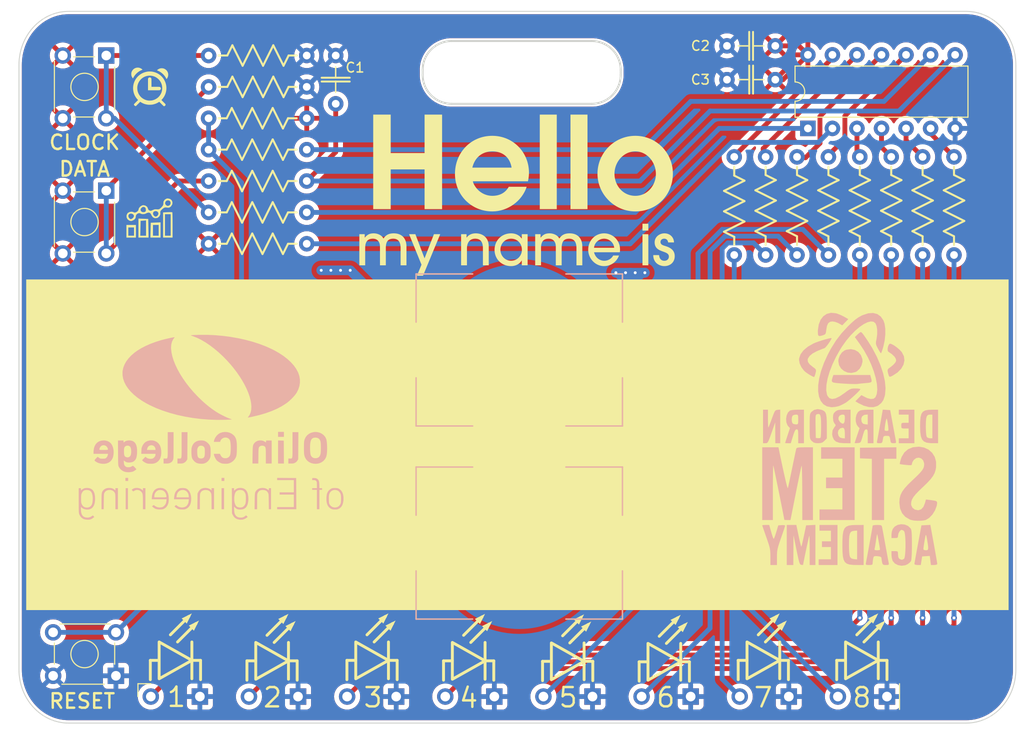
<source format=kicad_pcb>
(kicad_pcb (version 20240108) (generator "pcbnew") (generator_version "8.0")
  (layers (0 "F.Cu" signal) (31 "B.Cu" signal) (34 "B.Paste" user) (35 "F.Paste" user) (36 "B.SilkS" user "B.Silkscreen") (37 "F.SilkS" user "F.Silkscreen") (38 "B.Mask" user) (39 "F.Mask" user) (44 "Edge.Cuts" user))
  (net 0 "")
  (net 1 "VCC")
  (net 2 "GND")
  (net 3 "/CLK")
  (net 4 "/LED4")
  (net 5 "/LED1")
  (net 6 "/LED5")
  (net 7 "/LED2")
  (net 8 "/LED7")
  (net 9 "/LED6")
  (net 10 "/LED0")
  (net 11 "/LED3")
  (net 12 "Net-(R1-Pad1)")
  (net 13 "/DATA")
  (net 14 "Net-(R15-Pad2)")
  (net 15 "/RST")
  (net 16 "Net-(U1-DSB)")
  (net 17 "/Q0")
  (net 18 "/Q1")
  (net 19 "/Q2")
  (net 20 "/Q3")
  (net 21 "/Q4")
  (net 22 "/Q5")
  (net 23 "/Q6")
  (net 24 "/Q7")
  (net 25 "Net-(B1-Pad1)")
  (net 26 "Net-(R13-Pad1)")
  (footprint "hello-my-name-is:SW_TH_Tactile_Omron_B3F-10xx" (layer "F.Cu") (at 109.25 77 -90)
    (property "Reference" "SW1" (hide yes))
    (property "Value" "Push_SW")
  )
  (footprint "hello-my-name-is:R_Axial_DIN0207_L6.3mm_D2.5mm_P10.16mm_Horizontal" (layer "F.Cu") (at 174.25 83.66 90)
    (property "Reference" "R12" (hide yes))
    (property "Value" "150" (hide yes))
  )
  (footprint "hello-my-name-is:R_Axial_DIN0207_L6.3mm_D2.5mm_P10.16mm_Horizontal" (layer "F.Cu") (at 130 66.25 180)
    (property "Reference" "R14" (hide yes))
    (property "Value" "10K" (hide yes))
  )
  (footprint "hello-my-name-is:clock_icon" (layer "F.Cu") (at 113.75 66.25)
    (property "Reference" "G***" (hide yes))
    (property "Value" "LOGO" (hide yes))
  )
  (footprint "hello-my-name-is:DIP-14_W7.62mm" (layer "F.Cu") (at 181.875 70.55 90)
    (property "Reference" "U1" (hide yes))
    (property "Value" "74HC164D14")
  )
  (footprint "hello-my-name-is:R_Axial_DIN0207_L6.3mm_D2.5mm_P10.16mm_Horizontal" (layer "F.Cu") (at 119.84 79.25)
    (property "Reference" "R2" (hide yes))
    (property "Value" "10K" (hide yes))
  )
  (footprint "hello-my-name-is:R_Axial_DIN0207_L6.3mm_D2.5mm_P10.16mm_Horizontal" (layer "F.Cu") (at 190.5 73.5 -90)
    (property "Reference" "R6" (hide yes))
    (property "Value" "150" (hide yes))
  )
  (footprint "hello-my-name-is:R_Axial_DIN0207_L6.3mm_D2.5mm_P10.16mm_Horizontal" (layer "F.Cu") (at 187.25 73.5 -90)
    (property "Reference" "R5" (hide yes))
    (property "Value" "150" (hide yes))
  )
  (footprint "hello-my-name-is:R_Axial_DIN0207_L6.3mm_D2.5mm_P10.16mm_Horizontal" (layer "F.Cu") (at 119.84 76)
    (property "Reference" "R1" (hide yes))
    (property "Value" "10K" (hide yes))
  )
  (footprint "hello-my-name-is:R_Axial_DIN0207_L6.3mm_D2.5mm_P10.16mm_Horizontal" (layer "F.Cu") (at 119.84 82.5)
    (property "Reference" "R4" (hide yes))
    (property "Value" "10K" (hide yes))
  )
  (footprint "hello-my-name-is:C_Disc_D8.0mm_W2.5mm_P5.00mm" (layer "F.Cu") (at 178.5 62 180)
    (property "Reference" "C3")
    (property "Value" "0.1uF")
  )
  (footprint "hello-my-name-is:C_Disc_D8.0mm_W2.5mm_P5.00mm" (layer "F.Cu") (at 173.5 65.5)
    (property "Reference" "C2")
    (property "Value" "1uF")
  )
  (footprint "hello-my-name-is:SW_TH_Tactile_Omron_B3F-10xx" (layer "F.Cu") (at 109.25 63 -90)
    (property "Reference" "SW2" (hide yes))
    (property "Value" "Push_SW")
  )
  (footprint "hello-my-name-is:R_Axial_DIN0207_L6.3mm_D2.5mm_P10.16mm_Horizontal" (layer "F.Cu") (at 130 63 180)
    (property "Reference" "R15" (hide yes))
    (property "Value" "10K" (hide yes))
  )
  (footprint "hello-my-name-is:PinSocket_1x32_P6.08mm_Vertical" (layer "F.Cu") (at 113.86 129.4 90)
    (property "Reference" "J1" (hide yes))
    (property "Value" "Conn_01x16" (hide yes))
  )
  (footprint "hello-my-name-is:R_Axial_DIN0207_L6.3mm_D2.5mm_P10.16mm_Horizontal" (layer "F.Cu") (at 177.5 73.5 -90)
    (property "Reference" "R11" (hide yes))
    (property "Value" "150" (hide yes))
  )
  (footprint "hello-my-name-is:R_Axial_DIN0207_L6.3mm_D2.5mm_P10.16mm_Horizontal" (layer "F.Cu") (at 193.75 73.5 -90)
    (property "Reference" "R7" (hide yes))
    (property "Value" "150" (hide yes))
  )
  (footprint "hello-my-name-is:R_Axial_DIN0207_L6.3mm_D2.5mm_P10.16mm_Horizontal" (layer "F.Cu") (at 197 73.5 -90)
    (property "Reference" "R8" (hide yes))
    (property "Value" "150" (hide yes))
  )
  (footprint "hello-my-name-is:SW_TH_Tactile_Omron_B3F-10xx" (layer "F.Cu") (at 110.25 127.25 180)
    (property "Reference" "SW3" (hide yes))
    (property "Value" "Push_SW")
  )
  (footprint "hello-my-name-is:R_Axial_DIN0207_L6.3mm_D2.5mm_P10.16mm_Horizontal" (layer "F.Cu") (at 180.75 73.5 -90)
    (property "Reference" "R10" (hide yes))
    (property "Value" "150" (hide yes))
  )
  (footprint "hello-my-name-is:data_icon" (layer "F.Cu") (at 113.75 80.75)
    (property "Reference" "G***" (hide yes))
    (property "Value" "LOGO" (hide yes))
  )
  (footprint "hello-my-name-is:C_Disc_D8.0mm_W2.5mm_P5.00mm" (layer "F.Cu") (at 133 68 90)
    (property "Reference" "C1")
    (property "Value" "4.7uF")
  )
  (footprint "hello-my-name-is:R_Axial_DIN0207_L6.3mm_D2.5mm_P10.16mm_Horizontal" (layer "F.Cu") (at 184 73.5 -90)
    (property "Reference" "R9" (hide yes))
    (property "Value" "150" (hide yes))
  )
  (footprint "hello-my-name-is:R_Axial_DIN0207_L6.3mm_D2.5mm_P10.16mm_Horizontal" (layer "F.Cu") (at 119.84 72.75)
    (property "Reference" "R13" (hide yes))
    (property "Value" "10K" (hide yes))
  )
  (footprint "hello-my-name-is:R_Axial_DIN0207_L6.3mm_D2.5mm_P10.16mm_Horizontal" (layer "F.Cu") (at 119.84 69.5)
    (property "Reference" "R3" (hide yes))
    (property "Value" "10K" (hide yes))
  )
  (footprint "hello-my-name-is:olin_logo" (layer "B.Cu") (at 120 107.75 180)
    (property "Reference" "G***" (hide yes))
    (property "Value" "LOGO" (hide yes))
  )
  (footprint "hello-my-name-is:BATT_HLDR_LNX" (layer "B.Cu") (at 152 93.5)
    (property "Reference" "B2" (hide yes))
    (property "Value" "Coin_Cell" (hide yes))
  )
  (footprint "hello-my-name-is:BATT_HLDR_LNX" (layer "B.Cu") (at 152 113.5)
    (property "Reference" "B1" (hide yes))
    (property "Value" "Coin_Cell" (hide yes))
  )
  (footprint "hello-my-name-is:dsa_logo" (layer "B.Cu") (at 186.884999 103.327881 180)
    (property "Reference" "G***" (hide yes))
    (property "Value" "LOGO" (hide yes))
  )
  (gr_poly (pts (xy 165.359287 81.134163) (xy 164.753921 81.134163) (xy 164.753921 80.42402) (xy 165.359287 80.42402)) (stroke (width -0.000001)) (fill solid) (layer "F.SilkS"))
  (gr_poly (pts (xy 167.077139 81.420499) (xy 167.127794 81.423831) (xy 167.177595 81.429337) (xy 167.226489 81.436979) (xy 167.274423 81.446718) (xy 167.321346 81.458517) (xy 167.367205 81.472337) (xy 167.411948 81.488138) (xy 167.455523 81.505884) (xy 167.497878 81.525536) (xy 167.53896 81.547055) (xy 167.578717 81.570403) (xy 167.617097 81.595542) (xy 167.654048 81.622432) (xy 167.689517 81.651037) (xy 167.723453 81.681317) (xy 167.755802 81.713234) (xy 167.786514 81.74675) (xy 167.815535 81.781827) (xy 167.842813 81.818425) (xy 167.868297 81.856507) (xy 167.891933 81.896034) (xy 167.913671 81.936968) (xy 167.933456 81.979271) (xy 167.951238 82.022903) (xy 167.966964 82.067828) (xy 167.980582 82.114006) (xy 167.992039 82.161399) (xy 168.001284 82.209969) (xy 168.008264 82.259677) (xy 168.012927 82.310485) (xy 168.01522 82.362354) (xy 167.409855 82.362354) (xy 167.403103 82.319604) (xy 167.393768 82.278747) (xy 167.381858 82.239903) (xy 167.37494 82.221273) (xy 167.367382 82.20319) (xy 167.359184 82.18567) (xy 167.350347 82.168728) (xy 167.340873 82.152379) (xy 167.330763 82.136637) (xy 167.320017 82.121518) (xy 167.308638 82.107036) (xy 167.296625 82.093206) (xy 167.28398 82.080043) (xy 167.270704 82.067563) (xy 167.256799 82.055779) (xy 167.242264 82.044708) (xy 167.227102 82.034364) (xy 167.211313 82.024761) (xy 167.194899 82.015915) (xy 167.177859 82.007841) (xy 167.160197 82.000553) (xy 167.141912 81.994067) (xy 167.123005 81.988397) (xy 167.103479 81.983558) (xy 167.083333 81.979566) (xy 167.062569 81.976435) (xy 167.041187 81.97418) (xy 167.01919 81.972816) (xy 166.996578 81.972358) (xy 166.977568 81.972732) (xy 166.958756 81.973849) (xy 166.940167 81.975702) (xy 166.921829 81.978282) (xy 166.903767 81.981582) (xy 166.88601 81.985596) (xy 166.868583 81.990316) (xy 166.851513 81.995733) (xy 166.834826 82.001841) (xy 166.81855 82.008633) (xy 166.802711 82.0161) (xy 166.787336 82.024235) (xy 166.772451 82.033031) (xy 166.758083 82.042481) (xy 166.744258 82.052576) (xy 166.731004 82.06331) (xy 166.718346 82.074675) (xy 166.706312 82.086663) (xy 166.694928 82.099267) (xy 166.684221 82.11248) (xy 166.674217 82.126294) (xy 166.664944 82.140702) (xy 166.656427 82.155696) (xy 166.648693 82.171269) (xy 166.64177 82.187413) (xy 166.635683 82.20412) (xy 166.63046 82.221384) (xy 166.626126 82.239197) (xy 166.622709 82.257552) (xy 166.620236 82.27644) (xy 166.618732 82.295855) (xy 166.618225 82.315789) (xy 166.619033 82.341887) (xy 166.621417 82.366731) (xy 166.625314 82.390362) (xy 166.630662 82.412822) (xy 166.637401 82.434152) (xy 166.645467 82.454393) (xy 166.6548 82.473588) (xy 166.665337 82.491778) (xy 166.677017 82.509004) (xy 166.689777 82.525309) (xy 166.703557 82.540733) (xy 166.718293 82.555318) (xy 166.733925 82.569106) (xy 166.75039 82.582138) (xy 166.785574 82.606102) (xy 166.823349 82.627542) (xy 166.863223 82.646791) (xy 166.904699 82.664181) (xy 166.947284 82.680045) (xy 167.0338 82.708524) (xy 167.118816 82.734889) (xy 167.217025 82.766672) (xy 167.312666 82.801159) (xy 167.405221 82.838732) (xy 167.49417 82.879775) (xy 167.578991 82.924672) (xy 167.659166 82.973807) (xy 167.734173 83.027563) (xy 167.769576 83.056294) (xy 167.803493 83.086324) (xy 167.835858 83.117702) (xy 167.866605 83.150474) (xy 167.895671 83.18469) (xy 167.92299 83.220397) (xy 167.948498 83.257643) (xy 167.972128 83.296475) (xy 167.993816 83.336943) (xy 168.013498 83.379094) (xy 168.031107 83.422975) (xy 168.046579 83.468636) (xy 168.05985 83.516123) (xy 168.070853 83.565485) (xy 168.079525 83.616769) (xy 168.085799 83.670025) (xy 168.089611 83.725299) (xy 168.090896 83.782639) (xy 168.090893 83.782639) (xy 168.089538 83.841417) (xy 168.085512 83.898767) (xy 168.078873 83.954662) (xy 168.069678 84.009072) (xy 168.057985 84.061968) (xy 168.043851 84.113322) (xy 168.027334 84.163105) (xy 168.008491 84.211289) (xy 167.98738 84.257843) (xy 167.964059 84.302741) (xy 167.938585 84.345952) (xy 167.911015 84.387448) (xy 167.881407 84.427201) (xy 167.849819 84.465181) (xy 167.816309 84.50136) (xy 167.780933 84.535709) (xy 167.743749 84.568199) (xy 167.704816 84.598802) (xy 167.664189 84.627488) (xy 167.621928 84.654229) (xy 167.57809 84.678996) (xy 167.532731 84.70176) (xy 167.485911 84.722493) (xy 167.437685 84.741166) (xy 167.388112 84.75775) (xy 167.33725 84.772216) (xy 167.285156 84.784535) (xy 167.231887 84.794679) (xy 167.177501 84.802619) (xy 167.122055 84.808326) (xy 167.065608 84.811771) (xy 167.008217 84.812926) (xy 166.982025 84.812588) (xy 166.955841 84.811585) (xy 166.929675 84.809933) (xy 166.903534 84.807651) (xy 166.877427 84.804755) (xy 166.851362 84.801262) (xy 166.825349 84.797189) (xy 166.799395 84.792553) (xy 166.747701 84.781662) (xy 166.696349 84.768725) (xy 166.645405 84.753878) (xy 166.59494 84.737258) (xy 166.50811 84.70304) (xy 166.426636 84.663792) (xy 166.35055 84.619667) (xy 166.279887 84.570818) (xy 166.214681 84.517399) (xy 166.154966 84.459563) (xy 166.100777 84.397464) (xy 166.052147 84.331255) (xy 166.00911 84.261089) (xy 165.971701 84.187121) (xy 165.939954 84.109503) (xy 165.913902 84.02839) (xy 165.893581 83.943934) (xy 165.879023 83.856289) (xy 165.870264 83.765608) (xy 165.867336 83.672045) (xy 166.472702 83.672045) (xy 166.478718 83.733324) (xy 166.488094 83.792566) (xy 166.500915 83.849505) (xy 166.508644 83.877028) (xy 166.517266 83.903877) (xy 166.526792 83.930019) (xy 166.537232 83.955419) (xy 166.548598 83.980046) (xy 166.560899 84.003866) (xy 166.574147 84.026846) (xy 166.588352 84.048953) (xy 166.603524 84.070155) (xy 166.619675 84.090417) (xy 166.636816 84.109707) (xy 166.654955 84.127992) (xy 166.674106 84.145239) (xy 166.694277 84.161415) (xy 166.71548 84.176487) (xy 166.737726 84.190422) (xy 166.761024 84.203186) (xy 166.785386 84.214747) (xy 166.810823 84.225071) (xy 166.837344 84.234126) (xy 166.864961 84.241879) (xy 166.893685 84.248296) (xy 166.923525 84.253345) (xy 166.954494 84.256992) (xy 166.9866 84.259205) (xy 167.019855 84.259949) (xy 167.044749 84.259473) (xy 167.06921 84.258051) (xy 167.093215 84.25569) (xy 167.11674 84.252401) (xy 167.139762 84.24819) (xy 167.162258 84.243067) (xy 167.184204 84.23704) (xy 167.205576 84.230118) (xy 167.226352 84.222309) (xy 167.246507 84.213622) (xy 167.266018 84.204065) (xy 167.284862 84.193647) (xy 167.303016 84.182376) (xy 167.320455 84.170261) (xy 167.337157 84.157311) (xy 167.353098 84.143533) (xy 167.368255 84.128937) (xy 167.382603 84.113531) (xy 167.396121 84.097323) (xy 167.408783 84.080322) (xy 167.420567 84.062537) (xy 167.43145 84.043976) (xy 167.441407 84.024648) (xy 167.450416 84.004561) (xy 167.458453 83.983723) (xy 167.465494 83.962144) (xy 167.471516 83.939831) (xy 167.476496 83.916794) (xy 167.48041 83.89304) (xy 167.483235 83.868579) (xy 167.484947 83.843418) (xy 167.485523 83.817567) (xy 167.481298 83.75719) (xy 167.468984 83.702355) (xy 167.44912 83.652602) (xy 167.422244 83.607471) (xy 167.388897 83.5665) (xy 167.349617 83.52923) (xy 167.304945 83.495201) (xy 167.255418 83.463951) (xy 167.201577 83.43502) (xy 167.143961 83.407948) (xy 167.019561 83.357538) (xy 166.749187 83.258765) (xy 166.611843 83.203035) (xy 166.54452 83.171973) (xy 166.478814 83.138164) (xy 166.415265 83.10115) (xy 166.354414 83.06047) (xy 166.296797 83.015662) (xy 166.242956 82.966268) (xy 166.19343 82.911825) (xy 166.148757 82.851874) (xy 166.109478 82.785955) (xy 166.07613 82.713607) (xy 166.049255 82.634369) (xy 166.02939 82.547781) (xy 166.017076 82.453383) (xy 166.012852 82.350714) (xy 166.014254 82.299391) (xy 166.018407 82.249127) (xy 166.025231 82.199962) (xy 166.034646 82.151931) (xy 166.046572 82.105073) (xy 166.060929 82.059425) (xy 166.077638 82.015023) (xy 166.096617 81.971906) (xy 166.117788 81.930111) (xy 166.141071 81.889674) (xy 166.166385 81.850634) (xy 166.193651 81.813027) (xy 166.222788 81.776891) (xy 166.253717 81.742263) (xy 166.286357 81.70918) (xy 166.320629 81.677681) (xy 166.356454 81.647801) (xy 166.39375 81.619579) (xy 166.432438 81.593051) (xy 166.472438 81.568255) (xy 166.51367 81.545229) (xy 166.556054 81.524009) (xy 166.599511 81.504633) (xy 166.64396 81.487139) (xy 166.689321 81.471562) (xy 166.735515 81.457942) (xy 166.782461 81.446314) (xy 166.830079 81.436718) (xy 166.87829 81.429188) (xy 166.927014 81.423764) (xy 166.976171 81.420482) (xy 167.02568 81.41938)) (stroke (width -0.000001)) (fill solid) (layer "F.SilkS"))
  (gr_poly (pts (xy 138.693308 73.102999) (xy 142.199038 73.102999) (xy 142.199038 69.12102) (xy 144.011434 69.12102) (xy 144.011434 78.910602) (xy 142.199038 78.910602) (xy 142.199038 74.796331) (xy 138.693308 74.796331) (xy 138.693308 78.910602) (xy 136.880913 78.910602) (xy 136.880913 69.12102) (xy 138.693308 69.12102)) (stroke (width -0.000001)) (fill solid) (layer "F.SilkS"))
  (gr_poly (pts (xy 151.233835 81.421431) (xy 151.314086 81.4276) (xy 151.393673 81.437913) (xy 151.472329 81.452395) (xy 151.549792 81.471073) (xy 151.625797 81.493971) (xy 151.70008 81.521116) (xy 151.772375 81.552532) (xy 151.84242 81.588246) (xy 151.909949 81.628283) (xy 151.974699 81.672668) (xy 152.005949 81.6965) (xy 152.036405 81.721428) (xy 152.066033 81.747456) (xy 152.094802 81.774587) (xy 152.122678 81.802825) (xy 152.149627 81.832172) (xy 152.175617 81.862631) (xy 152.200615 81.894207) (xy 152.224587 81.926902) (xy 152.247501 81.960719) (xy 152.259144 81.960719) (xy 152.259144 81.506694) (xy 152.864509 81.506694) (xy 152.864509 84.731437) (xy 152.259144 84.731437) (xy 152.259144 84.230845) (xy 152.247501 84.230845) (xy 152.20266 84.301652) (xy 152.153446 84.367828) (xy 152.100121 84.429383) (xy 152.042951 84.486325) (xy 151.982201 84.538662) (xy 151.918133 84.586404) (xy 151.851013 84.629558) (xy 151.781104 84.668134) (xy 151.708672 84.702139) (xy 151.633981 84.731583) (xy 151.557294 84.756473) (xy 151.478876 84.776819) (xy 151.398992 84.792629) (xy 151.317905 84.803911) (xy 151.235881 84.810674) (xy 151.153183 84.812926) (xy 151.06326 84.810859) (xy 150.97473 84.804714) (xy 150.887687 84.794571) (xy 150.802228 84.780514) (xy 150.718449 84.762623) (xy 150.636446 84.740983) (xy 150.556314 84.715673) (xy 150.478149 84.686778) (xy 150.402048 84.654377) (xy 150.328106 84.618555) (xy 150.25642 84.579392) (xy 150.187085 84.536971) (xy 150.120196 84.491373) (xy 150.055851 84.442682) (xy 149.994145 84.390979) (xy 149.935174 84.336345) (xy 149.879033 84.278864) (xy 149.82582 84.218617) (xy 149.775629 84.155686) (xy 149.728556 84.090154) (xy 149.684698 84.022101) (xy 149.644151 83.951612) (xy 149.60701 83.878767) (xy 149.573371 83.803648) (xy 149.543331 83.726338) (xy 149.516985 83.646919) (xy 149.494428 83.565473) (xy 149.475758 83.482081) (xy 149.46107 83.396827) (xy 149.45046 83.309791) (xy 149.444023 83.221057) (xy 149.441856 83.130706) (xy 149.441993 83.124884) (xy 150.047222 83.124884) (xy 150.048627 83.181402) (xy 150.052798 83.237393) (xy 150.059673 83.292774) (xy 150.069187 83.347463) (xy 150.081275 83.401375) (xy 150.095875 83.454429) (xy 150.112922 83.50654) (xy 150.132352 83.557626) (xy 150.154101 83.607604) (xy 150.178106 83.65639) (xy 150.204302 83.703901) (xy 150.232625 83.750055) (xy 150.263012 83.794767) (xy 150.295398 83.837955) (xy 150.32972 83.879537) (xy 150.365914 83.919427) (xy 150.403915 83.957544) (xy 150.44366 83.993805) (xy 150.485084 84.028125) (xy 150.528124 84.060423) (xy 150.572716 84.090615) (xy 150.618796 84.118617) (xy 150.6663 84.144347) (xy 150.715164 84.167722) (xy 150.765324 84.188658) (xy 150.816716 84.207072) (xy 150.869277 84.222882) (xy 150.922941 84.236003) (xy 150.977646 84.246353) (xy 151.033327 84.253849) (xy 151.08992 84.258408) (xy 151.147362 84.259946) (xy 151.205894 84.258457) (xy 151.263576 84.254041) (xy 151.320341 84.24677) (xy 151.376124 84.236719) (xy 151.430858 84.223961) (xy 151.484477 84.208569) (xy 151.536915 84.190616) (xy 151.588106 84.170178) (xy 151.637985 84.147326) (xy 151.686484 84.122135) (xy 151.733537 84.094677) (xy 151.77908 84.065028) (xy 151.823045 84.033259) (xy 151.865366 83.999445) (xy 151.905978 83.96366) (xy 151.944814 83.925976) (xy 151.981809 83.886468) (xy 152.016896 83.845208) (xy 152.050009 83.802271) (xy 152.081081 83.757729) (xy 152.110048 83.711657) (xy 152.136843 83.664128) (xy 152.161399 83.615216) (xy 152.183651 83.564994) (xy 152.203533 83.513535) (xy 152.220978 83.460914) (xy 152.235921 83.407203) (xy 152.248295 83.352477) (xy 152.258034 83.296808) (xy 152.265072 83.240271) (xy 152.269344 83.182938) (xy 152.270782 83.124884) (xy 152.270778 83.124884) (xy 152.269439 83.064732) (xy 152.265454 83.005465) (xy 152.258869 82.947151) (xy 152.249735 82.889857) (xy 152.238098 82.83365) (xy 152.224006 82.778597) (xy 152.207507 82.724766) (xy 152.18865 82.672223) (xy 152.167482 82.621036) (xy 152.144052 82.571272) (xy 152.118406 82.522998) (xy 152.090594 82.476281) (xy 152.060663 82.431189) (xy 152.028661 82.387788) (xy 151.994636 82.346146) (xy 151.958636 82.306329) (xy 151.920709 82.268405) (xy 151.880903 82.232442) (xy 151.839266 82.198505) (xy 151.795846 82.166663) (xy 151.750691 82.136982) (xy 151.703848 82.10953) (xy 151.655366 82.084374) (xy 151.605293 82.061581) (xy 151.553677 82.041218) (xy 151.500565 82.023352) (xy 151.446006 82.00805) (xy 151.390048 81.99538) (xy 151.332738 81.985409) (xy 151.274125 81.978203) (xy 151.214256 81.973831) (xy 151.153179 81.972358) (xy 151.093672 81.973881) (xy 151.035242 81.978395) (xy 150.977941 81.985826) (xy 150.921823 81.996097) (xy 150.866942 82.00913) (xy 150.81335 82.024849) (xy 150.761102 82.043177) (xy 150.71025 82.064037) (xy 150.660847 82.087353) (xy 150.612947 82.113048) (xy 150.566603 82.141045) (xy 150.521868 82.171268) (xy 150.478797 82.20364) (xy 150.437441 82.238083) (xy 150.397854 82.274521) (xy 150.360091 82.312879) (xy 150.324202 82.353077) (xy 150.290244 82.395041) (xy 150.258267 82.438693) (xy 150.228326 82.483957) (xy 150.200475 82.530755) (xy 150.174765 82.579011) (xy 150.151251 82.628649) (xy 150.129987 82.679591) (xy 150.111024 82.731761) (xy 150.094417 82.785083) (xy 150.080218 82.839478) (xy 150.068482 82.894871) (xy 150.05926 82.951185) (xy 150.052608 83.008343) (xy 150.048577 83.066268) (xy 150.047222 83.124884) (xy 149.441993 83.124884) (xy 149.44399 83.039759) (xy 149.450332 82.950334) (xy 149.460792 82.86252) (xy 149.475281 82.776408) (xy 149.493709 82.692086) (xy 149.515987 82.609645) (xy 149.542025 82.529172) (xy 149.571734 82.45076) (xy 149.605024 82.374495) (xy 149.641805 82.30047) (xy 149.681989 82.228771) (xy 149.725486 82.15949) (xy 149.772205 82.092716) (xy 149.822058 82.028539) (xy 149.874955 81.967047) (xy 149.930806 81.90833) (xy 149.989523 81.852479) (xy 150.051015 81.799582) (xy 150.115192 81.749729) (xy 150.181967 81.703009) (xy 150.251247 81.659513) (xy 150.322946 81.619329) (xy 150.396972 81.582548) (xy 150.473236 81.549257) (xy 150.551649 81.519549) (xy 150.632121 81.49351) (xy 150.714563 81.471233) (xy 150.798885 81.452804) (xy 150.884997 81.438315) (xy 150.972811 81.427855) (xy 151.062236 81.421514) (xy 151.153183 81.41938)) (stroke (width -0.000001)) (fill solid) (layer "F.SilkS"))
  (gr_poly (pts (xy 139.086526 81.420942) (xy 139.163251 81.425597) (xy 139.237634 81.433303) (xy 139.309663 81.444016) (xy 139.379326 81.457692) (xy 139.44661 81.474287) (xy 139.511505 81.493758) (xy 139.573999 81.516061) (xy 139.63408 81.541151) (xy 139.691736 81.568987) (xy 139.746956 81.599523) (xy 139.799727 81.632716) (xy 139.850038 81.668523) (xy 139.897878 81.706899) (xy 139.943235 81.747801) (xy 139.986096 81.791186) (xy 140.02645 81.837009) (xy 140.064286 81.885228) (xy 140.099592 81.935797) (xy 140.132356 81.988674) (xy 140.162566 82.043815) (xy 140.19021 82.101175) (xy 140.215278 82.160713) (xy 140.237756 82.222383) (xy 140.257634 82.286142) (xy 140.2749 82.351946) (xy 140.289541 82.419752) (xy 140.301547 82.489516) (xy 140.310905 82.561194) (xy 140.317604 82.634742) (xy 140.321632 82.710118) (xy 140.322977 82.787276) (xy 140.322977 84.731423) (xy 139.717613 84.731423) (xy 139.717613 82.938607) (xy 139.715572 82.844302) (xy 139.7092 82.751693) (xy 139.698121 82.661387) (xy 139.68196 82.573988) (xy 139.671857 82.531568) (xy 139.660343 82.490102) (xy 139.64737 82.449666) (xy 139.632893 82.410334) (xy 139.616863 82.372184) (xy 139.599235 82.33529) (xy 139.579961 82.299729) (xy 139.558995 82.265575) (xy 139.536289 82.232905) (xy 139.511797 82.201795) (xy 139.485472 82.172319) (xy 139.457267 82.144554) (xy 139.427134 82.118575) (xy 139.395028 82.094459) (xy 139.360901 82.07228) (xy 139.324706 82.052114) (xy 139.286396 82.034037) (xy 139.245925 82.018125) (xy 139.203246 82.004454) (xy 139.158311 81.993098) (xy 139.111075 81.984134) (xy 139.061489 81.977638) (xy 139.009507 81.973685) (xy 138.955082 81.97235) (xy 138.897568 81.973602) (xy 138.842854 81.977317) (xy 138.790878 81.983434) (xy 138.741575 81.991893) (xy 138.694881 82.002633) (xy 138.650733 82.015593) (xy 138.609065 82.030712) (xy 138.569815 82.04793) (xy 138.532918 82.067186) (xy 138.498311 82.088419) (xy 138.465929 82.111568) (xy 138.435708 82.136573) (xy 138.407585 82.163373) (xy 138.381496 82.191907) (xy 138.357376 82.222114) (xy 138.335162 82.253934) (xy 138.31479 82.287305) (xy 138.296196 82.322168) (xy 138.279315 82.358461) (xy 138.264085 82.396124) (xy 138.238317 82.475315) (xy 138.218382 82.559255) (xy 138.203767 82.647459) (xy 138.193962 82.73944) (xy 138.188454 82.834712) (xy 138.186731 82.93279) (xy 138.186731 84.731427) (xy 137.581365 84.731427) (xy 137.581365 82.938611) (xy 137.581104 82.848741) (xy 137.579274 82.762076) (xy 137.57728 82.719754) (xy 137.574305 82.678004) (xy 137.570154 82.636748) (xy 137.564631 82.59591) (xy 137.557538 82.555412) (xy 137.54868 82.51518) (xy 137.537861 82.475134) (xy 137.524885 82.4352) (xy 137.509556 82.3953) (xy 137.491677 82.355357) (xy 137.471053 82.315295) (xy 137.447487 82.275037) (xy 137.420481 82.236146) (xy 137.391882 82.200196) (xy 137.36173 82.167129) (xy 137.330069 82.136884) (xy 137.296942 82.109401) (xy 137.262391 82.084621) (xy 137.226458 82.062485) (xy 137.189187 82.042932) (xy 137.15062 82.025903) (xy 137.110799 82.011338) (xy 137.069767 81.999178) (xy 137.027568 81.989362) (xy 136.984242 81.981832) (xy 136.939834 81.976527) (xy 136.894386 81.973388) (xy 136.84794 81.972355) (xy 136.790855 81.973573) (xy 136.736346 81.977194) (xy 136.684362 81.983161) (xy 136.634855 81.99142) (xy 136.587774 82.001918) (xy 136.543068 82.0146) (xy 136.500688 82.029411) (xy 136.460583 82.046298) (xy 136.422704 82.065205) (xy 136.387 82.086079) (xy 136.353421 82.108865) (xy 136.321918 82.133509) (xy 136.292439 82.159956) (xy 136.264936 82.188152) (xy 136.239357 82.218042) (xy 136.215653 82.249573) (xy 136.193774 82.28269) (xy 136.17367 82.317339) (xy 136.15529 82.353465) (xy 136.138584 82.391013) (xy 136.123503 82.42993) (xy 136.109996 82.470162) (xy 136.087504 82.554349) (xy 136.070708 82.643141) (xy 136.059207 82.736102) (xy 136.052601 82.832798) (xy 136.050487 82.932793) (xy 136.050487 84.731431) (xy 135.44512 84.731431) (xy 135.44512 81.506689) (xy 136.003919 81.506689) (xy 136.003919 81.855941) (xy 136.015562 81.855941) (xy 136.065413 81.799239) (xy 136.114777 81.746937) (xy 136.163989 81.698933) (xy 136.213379 81.655124) (xy 136.263281 81.615407) (xy 136.314027 81.579681) (xy 136.36595 81.547842) (xy 136.419382 81.51979) (xy 136.474656 81.495421) (xy 136.532104 81.474633) (xy 136.592059 81.457324) (xy 136.654854 81.443391) (xy 136.72082 81.432733) (xy 136.79029 81.425246) (xy 136.863597 81.42083) (xy 136.941074 81.41938) (xy 137.012814 81.421495) (xy 137.085799 81.427838) (xy 137.1595 81.438412) (xy 137.233389 81.453214) (xy 137.306936 81.472245) (xy 137.379614 81.495506) (xy 137.450894 81.522996) (xy 137.520246 81.554715) (xy 137.554035 81.572161) (xy 137.587143 81.590664) (xy 137.619506 81.610224) (xy 137.651056 81.630841) (xy 137.681728 81.652516) (xy 137.711456 81.675248) (xy 137.740173 81.699037) (xy 137.767814 81.723884) (xy 137.794312 81.749788) (xy 137.819601 81.776749) (xy 137.843616 81.804767) (xy 137.86629 81.833843) (xy 137.887557 81.863976) (xy 137.907352 81.895166) (xy 137.925607 81.927414) (xy 137.942257 81.960719) (xy 137.990287 81.889411) (xy 138.040551 81.823816) (xy 138.093101 81.76378) (xy 138.147987 81.709149) (xy 138.20526 81.659772) (xy 138.264972 81.615493) (xy 138.327174 81.57616) (xy 138.391916 81.541618) (xy 138.459251 81.511715) (xy 138.529229 81.486297) (xy 138.601901 81.465211) (xy 138.677319 81.448302) (xy 138.755533 81.435419) (xy 138.836596 81.426406) (xy 138.920557 81.421111) (xy 139.007469 81.41938)) (stroke (width -0.000001)) (fill solid) (layer "F.SilkS"))
  (gr_poly (pts (xy 165.359287 84.731437) (xy 164.753921 84.731437) (xy 164.753921 81.506694) (xy 165.359287 81.506694)) (stroke (width -0.000001)) (fill solid) (layer "F.SilkS"))
  (gr_poly (pts (xy 160.872138 81.421562) (xy 160.956061 81.428035) (xy 161.038693 81.43869) (xy 161.119937 81.453418) (xy 161.199694 81.472112) (xy 161.277863 81.494662) (xy 161.354346 81.520959) (xy 161.429044 81.550895) (xy 161.501857 81.584361) (xy 161.572687 81.621248) (xy 161.641435 81.661448) (xy 161.708001 81.704852) (xy 161.772285 81.751351) (xy 161.83419 81.800836) (xy 161.893616 81.853199) (xy 161.950464 81.908331) (xy 162.004634 81.966124) (xy 162.056028 82.026468) (xy 162.104546 82.089255) (xy 162.150089 82.154376) (xy 162.192559 82.221722) (xy 162.231855 82.291185) (xy 162.26788 82.362656) (xy 162.300533 82.436027) (xy 162.329716 82.511188) (xy 162.35533 82.58803) (xy 162.377274 82.666446) (xy 162.395452 82.746327) (xy 162.409762 82.827563) (xy 162.420106 82.910046) (xy 162.426386 82.993667) (xy 162.428501 83.078318) (xy 162.428505 83.078315) (xy 162.428232 83.115672) (xy 162.427414 83.153439) (xy 162.42605 83.191479) (xy 162.42414 83.229656) (xy 162.421685 83.267833) (xy 162.418683 83.305873) (xy 162.415135 83.34364) (xy 162.411041 83.380997) (xy 159.739277 83.380997) (xy 159.765498 83.473364) (xy 159.798166 83.56249) (xy 159.837042 83.648001) (xy 159.881886 83.729522) (xy 159.93246 83.806676) (xy 159.988526 83.87909) (xy 160.049843 83.946388) (xy 160.116175 84.008195) (xy 160.151146 84.036922) (xy 160.187281 84.064135) (xy 160.224551 84.089788) (xy 160.262924 84.113834) (xy 160.302372 84.136225) (xy 160.342864 84.156916) (xy 160.384371 84.175858) (xy 160.426863 84.193006) (xy 160.470309 84.208312) (xy 160.514681 84.221729) (xy 160.559948 84.233211) (xy 160.606081 84.242711) (xy 160.653049 84.250181) (xy 160.700822 84.255574) (xy 160.749372 84.258845) (xy 160.798668 84.259946) (xy 160.834099 84.259351) (xy 160.869428 84.257575) (xy 160.904624 84.254631) (xy 160.939652 84.250532) (xy 160.97448 84.24529) (xy 161.009074 84.238919) (xy 161.043402 84.23143) (xy 161.077431 84.222837) (xy 161.111127 84.213153) (xy 161.144457 84.20239) (xy 161.177389 84.190562) (xy 161.209889 84.17768) (xy 161.241924 84.163758) (xy 161.273462 84.148809) (xy 161.304469 84.132845) (xy 161.334912 84.115879) (xy 161.364758 84.097924) (xy 161.393975 84.078993) (xy 161.422528 84.059098) (xy 161.450386 84.038252) (xy 161.477514 84.016469) (xy 161.50388 83.99376) (xy 161.529451 83.970139) (xy 161.554195 83.945619) (xy 161.578076 83.920211) (xy 161.601064 83.89393) (xy 161.623124 83.866788) (xy 161.644224 83.838797) (xy 161.664331 83.809971) (xy 161.683411 83.780321) (xy 161.701432 83.749862) (xy 161.718361 83.718606) (xy 162.323726 83.718606) (xy 162.273787 83.83929) (xy 162.215892 83.954475) (xy 162.150408 84.063845) (xy 162.077703 84.167084) (xy 161.998142 84.263877) (xy 161.912092 84.353908) (xy 161.819921 84.436862) (xy 161.721994 84.512423) (xy 161.618679 84.580276) (xy 161.510341 84.640106) (xy 161.397348 84.691596) (xy 161.280066 84.734432) (xy 161.158862 84.768298) (xy 161.034102 84.792879) (xy 160.906154 84.807859) (xy 160.775383 84.812922) (xy 160.689758 84.810607) (xy 160.605388 84.803746) (xy 160.52237 84.792466) (xy 160.440799 84.776894) (xy 160.360772 84.757157) (xy 160.282384 84.733382) (xy 160.20573 84.705695) (xy 160.130908 84.674223) (xy 160.058013 84.639093) (xy 159.987141 84.600432) (xy 159.918388 84.558367) (xy 159.851849 84.513024) (xy 159.787622 84.464531) (xy 159.7258 84.413014) (xy 159.666482 84.3586) (xy 159.609762 84.301416) (xy 159.555736 84.241589) (xy 159.5045 84.179246) (xy 159.456151 84.114513) (xy 159.410784 84.047517) (xy 159.368495 83.978385) (xy 159.32938 83.907244) (xy 159.293535 83.834221) (xy 159.261056 83.759443) (xy 159.232039 83.683035) (xy 159.20658 83.605127) (xy 159.184774 83.525843) (xy 159.166718 83.445311) (xy 159.152507 83.363658) (xy 159.142238 83.281011) (xy 159.136006 83.197496) (xy 159.133907 83.11324) (xy 159.135973 83.026441) (xy 159.142113 82.940739) (xy 159.145157 82.915332) (xy 159.739277 82.915332) (xy 161.823139 82.915332) (xy 161.818564 82.866023) (xy 161.811437 82.81745) (xy 161.801834 82.769669) (xy 161.789828 82.722733) (xy 161.775494 82.676696) (xy 161.758907 82.631613) (xy 161.740141 82.587539) (xy 161.719272 82.544527) (xy 161.696373 82.502632) (xy 161.67152 82.461908) (xy 161.644786 82.42241) (xy 161.616247 82.384193) (xy 161.585977 82.347309) (xy 161.554051 82.311815) (xy 161.520543 82.277763) (xy 161.485528 82.245209) (xy 161.44908 82.214207) (xy 161.411275 82.184811) (xy 161.372187 82.157076) (xy 161.331889 82.131055) (xy 161.290458 82.106804) (xy 161.247968 82.084376) (xy 161.204492 82.063827) (xy 161.160107 82.04521) (xy 161.114885 82.028579) (xy 161.068903 82.01399) (xy 161.022235 82.001495) (xy 160.974954 81.991151) (xy 160.927137 81.983011) (xy 160.878857 81.977129) (xy 160.830189 81.97356) (xy 160.781208 81.972358) (xy 160.732226 81.97356) (xy 160.683558 81.977129) (xy 160.635278 81.983011) (xy 160.58746 81.991151) (xy 160.54018 82.001495) (xy 160.493511 82.01399) (xy 160.447529 82.028579) (xy 160.402308 82.04521) (xy 160.357922 82.063827) (xy 160.314446 82.084376) (xy 160.271956 82.106804) (xy 160.230525 82.131055) (xy 160.190228 82.157076) (xy 160.151139 82.184811) (xy 160.113334 82.214207) (xy 160.076886 82.245209) (xy 160.041872 82.277763) (xy 160.008364 82.311815) (xy 159.976438 82.347309) (xy 159.946168 82.384193) (xy 159.917629 82.42241) (xy 159.890895 82.461908) (xy 159.866042 82.502632) (xy 159.843143 82.544527) (xy 159.822274 82.587539) (xy 159.803509 82.631613) (xy 159.786922 82.676696) (xy 159.772588 82.722733) (xy 159.760582 82.769669) (xy 159.750978 82.81745) (xy 159.743852 82.866023) (xy 159.739277 82.915332) (xy 159.145157 82.915332) (xy 159.152238 82.856244) (xy 159.166263 82.773063) (xy 159.184099 82.691307) (xy 159.205659 82.611084) (xy 159.230855 82.532502) (xy 159.259601 82.45567) (xy 159.291809 82.380696) (xy 159.327391 82.307691) (xy 159.36626 82.236761) (xy 159.408328 82.168016) (xy 159.453509 82.101565) (xy 159.501715 82.037517) (xy 159.552858 81.975979) (xy 159.606851 81.917061) (xy 159.663607 81.860872) (xy 159.723038 81.80752) (xy 159.785056 81.757114) (xy 159.849575 81.709762) (xy 159.916508 81.665574) (xy 159.985765 81.624658) (xy 160.057261 81.587123) (xy 160.130908 81.553077) (xy 160.206619 81.52263) (xy 160.284305 81.495889) (xy 160.36388 81.472964) (xy 160.445256 81.453964) (xy 160.528346 81.438997) (xy 160.613063 81.428171) (xy 160.699318 81.421596) (xy 160.787025 81.41938)) (stroke (width -0.000001)) (fill solid) (layer "F.SilkS"))
  (gr_poly (pts (xy 164.213083 71.322137) (xy 164.412257 71.3372) (xy 164.60833 71.362005) (xy 164.801069 71.396308) (xy 164.990244 71.439864) (xy 165.17562 71.49243) (xy 165.356965 71.553759) (xy 165.534047 71.623607) (xy 165.706633 71.70173) (xy 165.874491 71.787883) (xy 166.037388 71.881822) (xy 166.195092 71.983301) (xy 166.347369 72.092076) (xy 166.493988 72.207903) (xy 166.634716 72.330536) (xy 166.76932 72.459732) (xy 166.897568 72.595245) (xy 167.019228 72.736831) (xy 167.134066 72.884245) (xy 167.24185 73.037242) (xy 167.342348 73.195578) (xy 167.435327 73.359009) (xy 167.520554 73.527288) (xy 167.597798 73.700173) (xy 167.666825 73.877418) (xy 167.727402 74.058778) (xy 167.779299 74.24401) (xy 167.82228 74.432867) (xy 167.856116 74.625106) (xy 167.880572 74.820482) (xy 167.895416 75.01875) (xy 167.900415 75.219666) (xy 167.895566 75.426478) (xy 167.881153 75.630048) (xy 167.85738 75.830159) (xy 167.824451 76.026593) (xy 167.782569 76.219132) (xy 167.731937 76.407558) (xy 167.672759 76.591653) (xy 167.605239 76.771199) (xy 167.52958 76.945977) (xy 167.445985 77.115771) (xy 167.354658 77.280361) (xy 167.255803 77.43953) (xy 167.149622 77.59306) (xy 167.03632 77.740733) (xy 166.9161 77.882331) (xy 166.789164 78.017635) (xy 166.655718 78.146428) (xy 166.515964 78.268492) (xy 166.370106 78.383609) (xy 166.218347 78.49156) (xy 166.06089 78.592128) (xy 165.89794 78.685095) (xy 165.729699 78.770242) (xy 165.556372 78.847353) (xy 165.378161 78.916208) (xy 165.19527 78.976589) (xy 165.007903 79.028279) (xy 164.816263 79.07106) (xy 164.620553 79.104714) (xy 164.420977 79.129022) (xy 164.217739 79.143767) (xy 164.011042 79.14873) (xy 163.811252 79.143617) (xy 163.613889 79.128447) (xy 163.41921 79.103471) (xy 163.227472 79.068942) (xy 163.038931 79.02511) (xy 162.853845 78.972229) (xy 162.67247 78.91055) (xy 162.495062 78.840325) (xy 162.321879 78.761806) (xy 162.153177 78.675244) (xy 161.989213 78.580893) (xy 161.830244 78.479003) (xy 161.676527 78.369827) (xy 161.528318 78.253616) (xy 161.385874 78.130623) (xy 161.249452 78.001099) (xy 161.119309 77.865297) (xy 160.995701 77.723467) (xy 160.878885 77.575863) (xy 160.769119 77.422736) (xy 160.666658 77.264338) (xy 160.57176 77.100921) (xy 160.484681 76.932737) (xy 160.405678 76.760038) (xy 160.335008 76.583075) (xy 160.272927 76.402101) (xy 160.219693 76.217368) (xy 160.175562 76.029127) (xy 160.140791 75.83763) (xy 160.115637 75.64313) (xy 160.100356 75.445878) (xy 160.095205 75.246126) (xy 161.854689 75.246126) (xy 161.85727 75.360937) (xy 161.864953 75.474577) (xy 161.877645 75.586886) (xy 161.895255 75.6977) (xy 161.91769 75.806857) (xy 161.944858 75.914195) (xy 161.976667 76.019551) (xy 162.013025 76.122764) (xy 162.053841 76.22367) (xy 162.099022 76.322109) (xy 162.148475 76.417916) (xy 162.20211 76.510931) (xy 162.259833 76.60099) (xy 162.321553 76.687932) (xy 162.387179 76.771594) (xy 162.456616 76.851814) (xy 162.529775 76.92843) (xy 162.606562 77.001279) (xy 162.686886 77.070198) (xy 162.770654 77.135027) (xy 162.857775 77.195602) (xy 162.948156 77.251761) (xy 163.041706 77.303341) (xy 163.138332 77.350182) (xy 163.237942 77.392119) (xy 163.340444 77.428991) (xy 163.445747 77.460636) (xy 163.553758 77.486892) (xy 163.664385 77.507595) (xy 163.777536 77.522584) (xy 163.893119 77.531696) (xy 164.011042 77.53477) (xy 164.126561 77.531659) (xy 164.239891 77.522442) (xy 164.350934 77.50729) (xy 164.459593 77.486375) (xy 164.565772 77.459869) (xy 164.669373 77.427945) (xy 164.770301 77.390773) (xy 164.868457 77.348527) (xy 164.963745 77.301379) (xy 165.056068 77.249499) (xy 165.145329 77.19306) (xy 165.231432 77.132235) (xy 165.314279 77.067195) (xy 165.393773 76.998112) (xy 165.469818 76.925158) (xy 165.542317 76.848505) (xy 165.611172 76.768325) (xy 165.676288 76.684791) (xy 165.737566 76.598073) (xy 165.794911 76.508344) (xy 165.848225 76.415777) (xy 165.897411 76.320542) (xy 165.942373 76.222813) (xy 165.983013 76.122761) (xy 166.019235 76.020557) (xy 166.050941 75.916375) (xy 166.078036 75.810385) (xy 166.100422 75.702761) (xy 166.118001 75.593673) (xy 166.130678 75.483294) (xy 166.138355 75.371796) (xy 166.140936 75.259354) (xy 166.138355 75.149087) (xy 166.130678 75.039179) (xy 166.118001 74.929838) (xy 166.100422 74.821269) (xy 166.078036 74.71368) (xy 166.050941 74.607274) (xy 166.019235 74.502259) (xy 165.983013 74.39884) (xy 165.942373 74.297224) (xy 165.897411 74.197616) (xy 165.848225 74.100221) (xy 165.794911 74.005247) (xy 165.737566 73.912898) (xy 165.676288 73.823381) (xy 165.611172 73.736902) (xy 165.542317 73.653666) (xy 165.469818 73.573879) (xy 165.393773 73.497748) (xy 165.314279 73.425478) (xy 165.231432 73.357275) (xy 165.145329 73.293346) (xy 165.056068 73.233895) (xy 164.963745 73.179128) (xy 164.868457 73.129253) (xy 164.770301 73.084474) (xy 164.669373 73.044998) (xy 164.565772 73.01103) (xy 164.459593 72.982776) (xy 164.350934 72.960442) (xy 164.239891 72.944235) (xy 164.126561 72.93436) (xy 164.011042 72.931022) (xy 163.895447 72.934284) (xy 163.781896 72.943941) (xy 163.670496 72.959799) (xy 163.561354 72.981665) (xy 163.454577 73.009344) (xy 163.350269 73.042643) (xy 163.24854 73.081368) (xy 163.149494 73.125325) (xy 163.053239 73.174321) (xy 162.95988 73.228161) (xy 162.869526 73.286653) (xy 162.782281 73.349601) (xy 162.698254 73.416813) (xy 162.61755 73.488094) (xy 162.540276 73.563251) (xy 162.466538 73.64209) (xy 162.396444 73.724417) (xy 162.3301 73.810038) (xy 162.267611 73.89876) (xy 162.209086 73.990389) (xy 162.15463 74.084731) (xy 162.104351 74.181592) (xy 162.058354 74.280778) (xy 162.016746 74.382096) (xy 161.979634 74.485352) (xy 161.947125 74.590352) (xy 161.919325 74.696902) (xy 161.89634 74.804809) (xy 161.878277 74.913879) (xy 161.865244 75.023917) (xy 161.857345 75.134731) (xy 161.854689 75.246126) (xy 160.095205 75.246126) (xy 160.100281 75.045134) (xy 160.115346 74.846645) (xy 160.140159 74.650912) (xy 160.174477 74.45819) (xy 160.218058 74.268733) (xy 160.27066 74.082796) (xy 160.33204 73.900633) (xy 160.401957 73.722499) (xy 160.480168 73.548646) (xy 160.566431 73.379331) (xy 160.660503 73.214808) (xy 160.762142 73.05533) (xy 160.871107 72.901152) (xy 160.987155 72.752528) (xy 161.110043 72.609714) (xy 161.23953 72.472962) (xy 161.375373 72.342528) (xy 161.51733 72.218665) (xy 161.665159 72.101629) (xy 161.818617 71.991673) (xy 161.977462 71.889052) (xy 162.141453 71.79402) (xy 162.310346 71.706832) (xy 162.4839 71.627741) (xy 162.661872 71.557003) (xy 162.84402 71.494871) (xy 163.030102 71.441601) (xy 163.219876 71.397445) (xy 163.413099 71.362659) (xy 163.609529 71.337497) (xy 163.808924 71.322213) (xy 164.011042 71.317062)) (stroke (width -0.000001)) (fill solid) (layer "F.SilkS"))
  (gr_poly (pts (xy 155.882132 78.910602) (xy 154.122656 78.910602) (xy 154.122656 69.12102) (xy 155.882132 69.12102)) (stroke (width -0.000001)) (fill solid) (layer "F.SilkS"))
  (gr_poly (pts (xy 159.060232 78.910602) (xy 157.300756 78.910602) (xy 157.300756 69.12102) (xy 159.060232 69.12102)) (stroke (width -0.000001)) (fill solid) (layer "F.SilkS"))
  (gr_poly (pts (xy 149.40581 71.321985) (xy 149.602178 71.336599) (xy 149.795251 71.360675) (xy 149.984816 71.393983) (xy 150.170661 71.436292) (xy 150.352572 71.487372) (xy 150.530336 71.546993) (xy 150.703739 71.614925) (xy 150.872569 71.690939) (xy 151.036613 71.774803) (xy 151.195657 71.866287) (xy 151.349488 71.965163) (xy 151.497893 72.071198) (xy 151.640659 72.184164) (xy 151.777573 72.30383) (xy 151.908421 72.429966) (xy 152.03299 72.562343) (xy 152.151067 72.700728) (xy 152.26244 72.844894) (xy 152.366894 72.994609) (xy 152.464217 73.149644) (xy 152.554195 73.309767) (xy 152.636616 73.47475) (xy 152.711265 73.644362) (xy 152.777931 73.818373) (xy 152.8364 73.996553) (xy 152.886458 74.178672) (xy 152.927893 74.364499) (xy 152.960491 74.553804) (xy 152.984039 74.746358) (xy 152.998325 74.94193) (xy 153.003134 75.14029) (xy 153.00313 75.14029) (xy 153.001295 75.25) (xy 152.995895 75.360639) (xy 152.987084 75.471899) (xy 152.975018 75.583468) (xy 152.959851 75.695038) (xy 152.941739 75.806297) (xy 152.920836 75.916937) (xy 152.897299 76.026646) (xy 147.195528 76.026646) (xy 147.203579 76.063546) (xy 147.212813 76.099846) (xy 147.22317 76.135564) (xy 147.234594 76.17072) (xy 147.247025 76.205333) (xy 147.260406 76.239423) (xy 147.274678 76.27301) (xy 147.289783 76.306111) (xy 147.305664 76.338748) (xy 147.322262 76.370939) (xy 147.339518 76.402704) (xy 147.357376 76.434062) (xy 147.39466 76.495635) (xy 147.433649 76.555813) (xy 147.511116 76.667091) (xy 147.594493 76.772595) (xy 147.683489 76.872131) (xy 147.777815 76.965504) (xy 147.877179 77.05252) (xy 147.981291 77.132987) (xy 148.08986 77.206709) (xy 148.202596 77.273495) (xy 148.319207 77.333148) (xy 148.439403 77.385477) (xy 148.562893 77.430287) (xy 148.689387 77.467384) (xy 148.818595 77.496575) (xy 148.950224 77.517665) (xy 149.083985 77.530461) (xy 149.219587 77.53477) (xy 149.352405 77.531343) (xy 149.482801 77.520998) (xy 149.610522 77.503638) (xy 149.735318 77.479166) (xy 149.796539 77.464232) (xy 149.856935 77.447485) (xy 149.916473 77.428911) (xy 149.975122 77.408498) (xy 150.03285 77.386235) (xy 150.089627 77.362109) (xy 150.14542 77.336108) (xy 150.200198 77.30822) (xy 150.25393 77.278433) (xy 150.306584 77.246734) (xy 150.358128 77.213113) (xy 150.408531 77.177556) (xy 150.457763 77.140051) (xy 150.50579 77.100587) (xy 150.552582 77.059151) (xy 150.598106 77.015731) (xy 150.642333 76.970315) (xy 150.68523 76.922891) (xy 150.726765 76.873447) (xy 150.766908 76.82197) (xy 150.805626 76.768449) (xy 150.842888 76.712872) (xy 150.878664 76.655226) (xy 150.91292 76.595499) (xy 152.765001 76.595499) (xy 152.71736 76.734347) (xy 152.663852 76.870524) (xy 152.604656 77.003915) (xy 152.539952 77.134406) (xy 152.394735 77.386235) (xy 152.229635 77.625099) (xy 152.046087 77.850088) (xy 151.845524 78.060292) (xy 151.629381 78.254799) (xy 151.399092 78.432698) (xy 151.15609 78.593079) (xy 150.901809 78.735031) (xy 150.637684 78.857643) (xy 150.365149 78.960004) (xy 150.085638 79.041204) (xy 149.800585 79.100331) (xy 149.511423 79.136476) (xy 149.219587 79.148726) (xy 149.015256 79.143764) (xy 148.814161 79.129028) (xy 148.616515 79.104743) (xy 148.422531 79.071134) (xy 148.232424 79.028427) (xy 148.046405 78.976847) (xy 147.864688 78.916619) (xy 147.687486 78.847969) (xy 147.515013 78.771122) (xy 147.347482 78.686302) (xy 147.185105 78.593736) (xy 147.028096 78.493649) (xy 146.876667 78.386266) (xy 146.731034 78.271812) (xy 146.591407 78.150512) (xy 146.458001 78.022592) (xy 146.331029 77.888277) (xy 146.210703 77.747793) (xy 146.097238 77.601364) (xy 145.990846 77.449216) (xy 145.89174 77.291574) (xy 145.800134 77.128664) (xy 145.71624 76.96071) (xy 145.640273 76.787939) (xy 145.572444 76.610574) (xy 145.512968 76.428843) (xy 145.462057 76.242969) (xy 145.419924 76.053178) (xy 145.386783 75.859696) (xy 145.362847 75.662747) (xy 145.34833 75.462557) (xy 145.343443 75.259352) (xy 145.348216 75.05483) (xy 145.362408 74.853182) (xy 145.385824 74.654644) (xy 145.393058 74.611124) (xy 147.142607 74.611124) (xy 151.203962 74.611124) (xy 151.18618 74.51319) (xy 151.165108 74.417847) (xy 151.14079 74.325131) (xy 151.11327 74.235074) (xy 151.082592 74.147711) (xy 151.048798 74.063076) (xy 151.011932 73.981202) (xy 150.972039 73.902123) (xy 150.929161 73.825873) (xy 150.883342 73.752487) (xy 150.834627 73.681998) (xy 150.783058 73.61444) (xy 150.728679 73.549847) (xy 150.671533 73.488252) (xy 150.611665 73.429691) (xy 150.549118 73.374196) (xy 150.483935 73.321802) (xy 150.416161 73.272542) (xy 150.345838 73.22645) (xy 150.273011 73.183561) (xy 150.197722 73.143908) (xy 150.120016 73.107526) (xy 150.039936 73.074447) (xy 149.957526 73.044707) (xy 149.872829 73.018338) (xy 149.785889 72.995375) (xy 149.69675 72.975852) (xy 149.605454 72.959802) (xy 149.512047 72.94726) (xy 149.416571 72.938259) (xy 149.31907 72.932834) (xy 149.219587 72.931018) (xy 149.120064 72.932872) (xy 149.022435 72.938405) (xy 148.926734 72.947576) (xy 148.832995 72.960345) (xy 148.741253 72.976669) (xy 148.65154 72.996509) (xy 148.563891 73.019822) (xy 148.47834 73.046567) (xy 148.39492 73.076704) (xy 148.313666 73.11019) (xy 148.234612 73.146986) (xy 148.157791 73.18705) (xy 148.083237 73.23034) (xy 148.010984 73.276815) (xy 147.941067 73.326435) (xy 147.873518 73.379157) (xy 147.808373 73.434942) (xy 147.745664 73.493747) (xy 147.685427 73.555531) (xy 147.627694 73.620254) (xy 147.572499 73.687874) (xy 147.519877 73.75835) (xy 147.469862 73.83164) (xy 147.422486 73.907704) (xy 147.377785 73.986501) (xy 147.335793 74.067988) (xy 147.296542 74.152126) (xy 147.260067 74.238873) (xy 147.226402 74.328187) (xy 147.195581 74.420028) (xy 147.167638 74.514354) (xy 147.142607 74.611124) (xy 145.393058 74.611124) (xy 145.41827 74.459453) (xy 145.459554 74.267848) (xy 145.509479 74.080065) (xy 145.567855 73.896341) (xy 145.634485 73.716915) (xy 145.709177 73.542024) (xy 145.791736 73.371904) (xy 145.88197 73.206794) (xy 145.979684 73.046931) (xy 146.084684 72.892552) (xy 146.196777 72.743894) (xy 146.315768 72.601195) (xy 146.441465 72.464693) (xy 146.573673 72.334624) (xy 146.712198 72.211226) (xy 146.856847 72.094737) (xy 147.007426 71.985394) (xy 147.16374 71.883434) (xy 147.325598 71.789094) (xy 147.492803 71.702613) (xy 147.665164 71.624227) (xy 147.842485 71.554174) (xy 148.024573 71.492691) (xy 148.211235 71.440016) (xy 148.402276 71.396386) (xy 148.597504 71.362038) (xy 148.796723 71.33721) (xy 148.99974 71.322139) (xy 149.206362 71.317062)) (stroke (width -0.000001)) (fill solid) (layer "F.SilkS"))
  (gr_poly (pts (xy 142.19383 84.009654) (xy 143.165909 81.506694) (xy 143.817842 81.506694) (xy 142.036669 85.808287) (xy 141.408018 85.808287) (xy 141.879505 84.667405) (xy 140.593099 81.506694) (xy 141.245035 81.506694)) (stroke (width -0.000001)) (fill solid) (layer "F.SilkS"))
  (gr_poly (pts (xy 147.583268 81.421507) (xy 147.668207 81.42791) (xy 147.752021 81.438645) (xy 147.834488 81.453763) (xy 147.915385 81.473314) (xy 147.994492 81.497351) (xy 148.071587 81.525923) (xy 148.146448 81.559083) (xy 148.218853 81.596881) (xy 148.254066 81.617536) (xy 148.288581 81.639369) (xy 148.322372 81.662388) (xy 148.35541 81.686598) (xy 148.387668 81.712006) (xy 148.419118 81.738619) (xy 148.449732 81.766442) (xy 148.479483 81.795483) (xy 148.508344 81.825747) (xy 148.536285 81.857241) (xy 148.56328 81.889972) (xy 148.589301 81.923945) (xy 148.61432 81.959167) (xy 148.638309 81.995645) (xy 148.666497 82.042082) (xy 148.692186 82.089653) (xy 148.715471 82.138265) (xy 148.736445 82.187823) (xy 148.755202 82.238233) (xy 148.771836 82.289403) (xy 148.786441 82.341237) (xy 148.799111 82.393643) (xy 148.809938 82.446526) (xy 148.819018 82.499793) (xy 148.826444 82.55335) (xy 148.832309 82.607104) (xy 148.836707 82.660959) (xy 148.839733 82.714823) (xy 148.841479 82.768602) (xy 148.842041 82.822202) (xy 148.842041 84.731437) (xy 148.842033 84.73144) (xy 148.236671 84.73144) (xy 148.236671 82.979371) (xy 148.234685 82.877893) (xy 148.228418 82.779007) (xy 148.21741 82.683259) (xy 148.201201 82.591194) (xy 148.191002 82.546714) (xy 148.17933 82.503359) (xy 148.166127 82.461198) (xy 148.151337 82.420298) (xy 148.134901 82.380729) (xy 148.116762 82.342558) (xy 148.096862 82.305854) (xy 148.075143 82.270685) (xy 148.051549 82.237118) (xy 148.026021 82.205223) (xy 147.998503 82.175067) (xy 147.968936 82.146719) (xy 147.937262 82.120246) (xy 147.903426 82.095718) (xy 147.867368 82.073202) (xy 147.829031 82.052767) (xy 147.788358 82.03448) (xy 147.745291 82.01841) (xy 147.699772 82.004625) (xy 147.651745 81.993194) (xy 147.601151 81.984184) (xy 147.547933 81.977664) (xy 147.492034 81.973702) (xy 147.433395 81.972366) (xy 147.37872 81.973702) (xy 147.326008 81.977663) (xy 147.275245 81.984179) (xy 147.226415 81.993182) (xy 147.179503 82.004603) (xy 147.134495 82.018372) (xy 147.091376 82.034419) (xy 147.05013 82.052676) (xy 147.010743 82.073073) (xy 146.9732 82.09554) (xy 146.937486 82.12001) (xy 146.903586 82.146412) (xy 146.871485 82.174677) (xy 146.841169 82.204735) (xy 146.812621 82.236518) (xy 146.785828 82.269957) (xy 146.760774 82.304981) (xy 146.737445 82.341522) (xy 146.715825 82.379511) (xy 146.6959 82.418877) (xy 146.677655 82.459552) (xy 146.661075 82.501467) (xy 146.632849 82.588739) (xy 146.611103 82.680137) (xy 146.595718 82.775107) (xy 146.586574 82.873096) (xy 146.583553 82.97355) (xy 146.583553 84.73144) (xy 145.978187 84.73144) (xy 145.978187 81.506697) (xy 146.542808 81.506697) (xy 146.542808 81.850127) (xy 146.554451 81.850127) (xy 146.599318 81.79445) (xy 146.646538 81.743044) (xy 146.69601 81.695817) (xy 146.74763 81.652673) (xy 146.801297 81.61352) (xy 146.856907 81.578264) (xy 146.914359 81.546811) (xy 146.973551 81.519066) (xy 147.03438 81.494937) (xy 147.096743 81.47433) (xy 147.160539 81.45715) (xy 147.225666 81.443304) (xy 147.292019 81.432698) (xy 147.359499 81.425239) (xy 147.428001 81.420832) (xy 147.497425 81.419384)) (stroke (width -0.000001)) (fill solid) (layer "F.SilkS"))
  (gr_poly (pts (xy 202.650304 120.441907) (xy 100.962814 120.441907) (xy 100.962814 86.195333) (xy 202.650304 86.195333)) (stroke (width -0.000001)) (fill solid) (layer "F.SilkS"))
  (gr_poly (pts (xy 157.287999 81.420942) (xy 157.364724 81.425597) (xy 157.439107 81.433303) (xy 157.511136 81.444016) (xy 157.580798 81.457692) (xy 157.648083 81.474287) (xy 157.712978 81.493758) (xy 157.775471 81.516061) (xy 157.835552 81.541151) (xy 157.893208 81.568987) (xy 157.948427 81.599523) (xy 158.001199 81.632716) (xy 158.05151 81.668523) (xy 158.09935 81.706899) (xy 158.144706 81.747801) (xy 158.187568 81.791186) (xy 158.227922 81.837009) (xy 158.265758 81.885228) (xy 158.301064 81.935797) (xy 158.333827 81.988674) (xy 158.364037 82.043815) (xy 158.391682 82.101175) (xy 158.416749 82.160713) (xy 158.439228 82.222383) (xy 158.459105 82.286142) (xy 158.476371 82.351946) (xy 158.491012 82.419752) (xy 158.503018 82.489516) (xy 158.512376 82.561194) (xy 158.519075 82.634742) (xy 158.523103 82.710118) (xy 158.524448 82.787276) (xy 158.524448 84.731423) (xy 157.919086 84.731423) (xy 157.919086 82.938607) (xy 157.917046 82.844302) (xy 157.910673 82.751693) (xy 157.899594 82.661387) (xy 157.883434 82.573988) (xy 157.87333 82.531568) (xy 157.861816 82.490102) (xy 157.848843 82.449666) (xy 157.834366 82.410334) (xy 157.818336 82.372184) (xy 157.800708 82.33529) (xy 157.781435 82.299729) (xy 157.760468 82.265575) (xy 157.737763 82.232905) (xy 157.713271 82.201795) (xy 157.686945 82.172319) (xy 157.65874 82.144554) (xy 157.628607 82.118575) (xy 157.596501 82.094459) (xy 157.562374 82.07228) (xy 157.526179 82.052114) (xy 157.48787 82.034037) (xy 157.447399 82.018125) (xy 157.404719 82.004454) (xy 157.359785 81.993098) (xy 157.312548 81.984134) (xy 157.262962 81.977638) (xy 157.21098 81.973685) (xy 157.156555 81.97235) (xy 157.099041 81.973602) (xy 157.044328 81.977317) (xy 156.992351 81.983434) (xy 156.943048 81.991893) (xy 156.896354 82.002633) (xy 156.852206 82.015593) (xy 156.810538 82.030712) (xy 156.771288 82.04793) (xy 156.734391 82.067186) (xy 156.699784 82.088419) (xy 156.667402 82.111568) (xy 156.637181 82.136573) (xy 156.609058 82.163373) (xy 156.582969 82.191907) (xy 156.558849 82.222114) (xy 156.536635 82.253934) (xy 156.516262 82.287305) (xy 156.497668 82.322168) (xy 156.480787 82.358461) (xy 156.465557 82.396124) (xy 156.439789 82.475315) (xy 156.419854 82.559255) (xy 156.405239 82.647459) (xy 156.395433 82.73944) (xy 156.389925 82.834712) (xy 156.388202 82.93279) (xy 156.388202 84.731427) (xy 155.782837 84.731427) (xy 155.782837 82.938611) (xy 155.782575 82.848741) (xy 155.780745 82.762076) (xy 155.778751 82.719754) (xy 155.775777 82.678004) (xy 155.771626 82.636748) (xy 155.766102 82.59591) (xy 155.75901 82.555412) (xy 155.750152 82.51518) (xy 155.739333 82.475134) (xy 155.726357 82.4352) (xy 155.711028 82.3953) (xy 155.69315 82.355357) (xy 155.672526 82.315295) (xy 155.64896 82.275037) (xy 155.621954 82.236146) (xy 155.593354 82.200196) (xy 155.563203 82.167129) (xy 155.531542 82.136884) (xy 155.498414 82.109401) (xy 155.463863 82.084621) (xy 155.42793 82.062485) (xy 155.390659 82.042932) (xy 155.352092 82.025903) (xy 155.312271 82.011338) (xy 155.271239 81.999178) (xy 155.22904 81.989362) (xy 155.185714 81.981832) (xy 155.141306 81.976527) (xy 155.095858 81.973388) (xy 155.049412 81.972355) (xy 154.992326 81.973573) (xy 154.937817 81.977194) (xy 154.885833 81.983161) (xy 154.836326 81.99142) (xy 154.789244 82.001918) (xy 154.744538 82.0146) (xy 154.702158 82.029411) (xy 154.662053 82.046298) (xy 154.624174 82.065205) (xy 154.58847 82.086079) (xy 154.554891 82.108865) (xy 154.523388 82.133509) (xy 154.493909 82.159956) (xy 154.466406 82.188152) (xy 154.440827 82.218042) (xy 154.417123 82.249573) (xy 154.395244 82.28269) (xy 154.375139 82.317339) (xy 154.356759 82.353465) (xy 154.340054 82.391013) (xy 154.324973 82.42993) (xy 154.311465 82.470162) (xy 154.288974 82.554349) (xy 154.272178 82.643141) (xy 154.260677 82.736102) (xy 154.25407 82.832798) (xy 154.251957 82.932793) (xy 154.251957 84.731431) (xy 153.646591 84.731431) (xy 153.646591 81.506689) (xy 154.205391 81.506689) (xy 154.205391 81.855941) (xy 154.217033 81.855941) (xy 154.266884 81.799239) (xy 154.316249 81.746937) (xy 154.36546 81.698933) (xy 154.41485 81.655124) (xy 154.464752 81.615407) (xy 154.515498 81.579681) (xy 154.567421 81.547842) (xy 154.620853 81.51979) (xy 154.676127 81.495421) (xy 154.733575 81.474633) (xy 154.79353 81.457324) (xy 154.856325 81.443391) (xy 154.922291 81.432733) (xy 154.991762 81.425246) (xy 155.06507 81.42083) (xy 155.142547 81.41938) (xy 155.214287 81.421495) (xy 155.287271 81.427838) (xy 155.360972 81.438412) (xy 155.43486 81.453214) (xy 155.508408 81.472245) (xy 155.581086 81.495506) (xy 155.652365 81.522996) (xy 155.721718 81.554715) (xy 155.755507 81.572161) (xy 155.788615 81.590664) (xy 155.820978 81.610224) (xy 155.852528 81.630841) (xy 155.8832 81.652516) (xy 155.912928 81.675248) (xy 155.941645 81.699037) (xy 155.969286 81.723884) (xy 155.995785 81.749788) (xy 156.021074 81.776749) (xy 156.045089 81.804767) (xy 156.067763 81.833843) (xy 156.089031 81.863976) (xy 156.108825 81.895166) (xy 156.12708 81.927414) (xy 156.14373 81.960719) (xy 156.19176 81.889411) (xy 156.242024 81.823816) (xy 156.294573 81.76378) (xy 156.349459 81.709149) (xy 156.406732 81.659772) (xy 156.466444 81.615493) (xy 156.528645 81.57616) (xy 156.593388 81.541618) (xy 156.660723 81.511715) (xy 156.730701 81.486297) (xy 156.803373 81.465211) (xy 156.878791 81.448302) (xy 156.957006 81.435419) (xy 157.038068 81.426406) (xy 157.12203 81.421111) (xy 157.208942 81.41938)) (stroke (width -0.000001)) (fill solid) (layer "F.SilkS"))
  (gr_arc (start 145 68) (mid 142.87868 67.12132) (end 142 65) (stroke (width 0.2)) (layer "Edge.Cuts"))
  (gr_arc (start 159.5 61.5) (mid 161.62132 62.37868) (end 162.5 64.5) (stroke (width 0.2)) (layer "Edge.Cuts"))
  (gr_line (start 142 65) (end 142 64.5) (stroke (width 0.2)) (layer "Edge.Cuts"))
  (gr_line (start 162.5 64.5) (end 162.5 65) (stroke (width 0.2)) (layer "Edge.Cuts"))
  (gr_arc (start 142 64.5) (mid 142.87868 62.37868) (end 145 61.5) (stroke (width 0.2)) (layer "Edge.Cuts"))
  (gr_line (start 145 61.5) (end 159.5 61.5) (stroke (width 0.2)) (layer "Edge.Cuts"))
  (gr_line (start 159.5 68) (end 145 68) (stroke (width 0.2)) (layer "Edge.Cuts"))
  (gr_arc (start 162.5 65) (mid 161.62132 67.12132) (end 159.5 68) (stroke (width 0.2)) (layer "Edge.Cuts"))
  (gr_poly (pts (xy 198.522471 58.433564) (xy 198.783628 58.454987) (xy 199.040987 58.490266) (xy 199.294227 58.539053) (xy 199.543023 58.600999) (xy 199.787053 58.675755) (xy 200.025993 58.762974) (xy 200.259521 58.862305) (xy 200.487313 58.973401) (xy 200.709046 59.095914) (xy 200.924397 59.229493) (xy 201.133043 59.373792) (xy 201.33466 59.528462) (xy 201.528927 59.693153) (xy 201.715519 59.867518) (xy 201.894113 60.051207) (xy 202.064387 60.243873) (xy 202.226017 60.445166) (xy 202.37868 60.654738) (xy 202.522053 60.87224) (xy 202.655813 61.097325) (xy 202.779637 61.329643) (xy 202.893202 61.568845) (xy 202.996185 61.814584) (xy 203.088261 62.06651) (xy 203.16911 62.324276) (xy 203.238406 62.587532) (xy 203.295828 62.85593) (xy 203.341051 63.129121) (xy 203.373754 63.406757) (xy 203.393613 63.688489) (xy 203.400304 63.973969) (xy 203.400304 126.599846) (xy 203.393613 126.885326) (xy 203.373754 127.167059) (xy 203.341051 127.444696) (xy 203.295828 127.717888) (xy 203.238406 127.986286) (xy 203.16911 128.249543) (xy 203.088261 128.507309) (xy 202.996185 128.759236) (xy 202.893202 129.004975) (xy 202.779637 129.244178) (xy 202.655813 129.476496) (xy 202.522053 129.701581) (xy 202.37868 129.919084) (xy 202.226017 130.128656) (xy 202.064387 130.32995) (xy 201.894113 130.522616) (xy 201.715519 130.706305) (xy 201.528927 130.88067) (xy 201.33466 131.045361) (xy 201.133043 131.200031) (xy 200.924397 131.34433) (xy 200.709046 131.47791) (xy 200.487313 131.600423) (xy 200.259521 131.711519) (xy 200.025993 131.81085) (xy 199.787053 131.898069) (xy 199.543023 131.972825) (xy 199.294227 132.034771) (xy 199.040987 132.083558) (xy 198.783628 132.118837) (xy 198.522471 132.140261) (xy 198.25784 132.147479) (xy 105.355273 132.147479) (xy 105.090643 132.140261) (xy 104.829487 132.118837) (xy 104.572127 132.083558) (xy 104.318888 132.034771) (xy 104.070092 131.972825) (xy 103.826063 131.898069) (xy 103.587123 131.81085) (xy 103.353596 131.711519) (xy 103.125804 131.600423) (xy 102.904072 131.47791) (xy 102.688721 131.34433) (xy 102.480075 131.200031) (xy 102.278458 131.045361) (xy 102.084192 130.88067) (xy 101.8976 130.706305) (xy 101.719005 130.522616) (xy 101.548732 130.32995) (xy 101.387102 130.128656) (xy 101.234438 129.919084) (xy 101.091065 129.701581) (xy 100.957305 129.476496) (xy 100.833481 129.244178) (xy 100.719916 129.004975) (xy 100.616934 128.759236) (xy 100.524857 128.507309) (xy 100.444009 128.249543) (xy 100.374712 127.986286) (xy 100.317291 127.717888) (xy 100.272067 127.444696) (xy 100.239364 127.167059) (xy 100.219505 126.885326) (xy 100.212814 126.599846) (xy 100.212814 63.973969) (xy 100.219505 63.688489) (xy 100.239364 63.406757) (xy 100.272067 63.129121) (xy 100.317291 62.85593) (xy 100.374712 62.587532) (xy 100.444009 62.324276) (xy 100.524857 62.06651) (xy 100.616934 61.814584) (xy 100.719916 61.568845) (xy 100.833481 61.329643) (xy 100.957305 61.097325) (xy 101.091065 60.87224) (xy 101.234438 60.654738) (xy 101.387102 60.445166) (xy 101.548732 60.243873) (xy 101.719005 60.051207) (xy 101.8976 59.867518) (xy 102.084192 59.693153) (xy 102.278458 59.528462) (xy 102.480075 59.373792) (xy 102.688721 59.229493) (xy 102.904072 59.095914) (xy 103.125804 58.973401) (xy 103.353596 58.862305) (xy 103.587123 58.762974) (xy 103.826063 58.675755) (xy 104.070092 58.600999) (xy 104.318888 58.539053) (xy 104.572127 58.490266) (xy 104.829487 58.454987) (xy 105.090643 58.433564) (xy 105.355273 58.426345) (xy 198.25784 58.426345)) (stroke (width 0.1)) (fill none) (layer "Edge.Cuts"))
  (gr_text "DATA" (at 107 74.75 0) (layer "F.SilkS") (effects (font (size 1.5 1.5) (thickness 0.25))))
  (gr_text "CLOCK" (at 107 72 0) (layer "F.SilkS") (effects (font (size 1.5 1.5) (thickness 0.25))))
  (gr_text "RESET" (at 106.75 130.75 0) (layer "F.SilkS") (effects (font (size 1.5 1.5) (thickness 0.25)) (justify bottom)))
  (segment (start 178.5 65.5) (end 179.305 65.5) (width 0.5) (layer "F.Cu") (net 1))
  (segment (start 178.5 62) (end 180.945 62) (width 0.5) (layer "F.Cu") (net 1))
  (segment (start 179.305 65.5) (end 181.875 62.93) (width 0.5) (layer "F.Cu") (net 1))
  (segment (start 180.945 62) (end 181.875 62.93) (width 0.5) (layer "F.Cu") (net 1))
  (via (at 162 85.5) (size 0.6) (drill 0.3) (layers "F.Cu" "B.Cu") (net 1))
  (via (at 164 85.5) (size 0.6) (drill 0.3) (layers "F.Cu" "B.Cu") (net 1))
  (via (at 163 85.5) (size 0.6) (drill 0.3) (layers "F.Cu" "B.Cu") (net 1))
  (via (at 132.5 85.25) (size 0.6) (drill 0.3) (layers "F.Cu" "B.Cu") (net 1))
  (via (at 133.5 85.25) (size 0.6) (drill 0.3) (layers "F.Cu" "B.Cu") (net 1))
  (via (at 134.5 85.25) (size 0.6) (drill 0.3) (layers "F.Cu" "B.Cu") (net 1))
  (via (at 165 85.5) (size 0.6) (drill 0.3) (layers "F.Cu" "B.Cu") (net 1))
  (via (at 131.5 85.25) (size 0.6) (drill 0.3) (layers "F.Cu" "B.Cu") (net 1))
  (segment (start 163.5 85.5) (end 162 85.5) (width 1) (layer "B.Cu") (net 1))
  (segment (start 162 85.5) (end 162.2 85.5) (width 1) (layer "B.Cu") (net 1))
  (segment (start 163.45 86.75) (end 163.45 85.55) (width 1) (layer "B.Cu") (net 1))
  (segment (start 165 85.5) (end 164.7 85.5) (width 1) (layer "B.Cu") (net 1))
  (segment (start 163.45 93.5) (end 163.45 86.75) (width 1) (layer "B.Cu") (net 1))
  (segment (start 134.5 85.25) (end 140.55 91.3) (width 1) (layer "B.Cu") (net 1))
  (segment (start 165 85.5) (end 163.5 85.5) (width 1) (layer "B.Cu") (net 1))
  (segment (start 134.5 85.25) (end 131.5 85.25) (width 1) (layer "B.Cu") (net 1))
  (segment (start 162.2 85.5) (end 163.45 86.75) (width 1) (layer "B.Cu") (net 1))
  (segment (start 140.55 91.3) (end 140.55 93.5) (width 1) (layer "B.Cu") (net 1))
  (segment (start 163.45 85.55) (end 163.5 85.5) (width 1) (layer "B.Cu") (net 1))
  (segment (start 164.7 85.5) (end 163.45 86.75) (width 1) (layer "B.Cu") (net 1))
  (segment (start 130 76) (end 133 73) (width 0.5) (layer "F.Cu") (net 3))
  (segment (start 133 73) (end 133 68) (width 0.5) (layer "F.Cu") (net 3))
  (segment (start 130 76) (end 164.5 76) (width 0.5) (layer "B.Cu") (net 3))
  (segment (start 191.295 68.75) (end 197.115 62.93) (width 0.5) (layer "B.Cu") (net 3))
  (segment (start 171.75 68.75) (end 191.295 68.75) (width 0.5) (layer "B.Cu") (net 3))
  (segment (start 164.5 76) (end 171.75 68.75) (width 0.5) (layer "B.Cu") (net 3))
  (segment (start 170.5 113.4) (end 170.5 83.5201) (width 0.5) (layer "B.Cu") (net 4))
  (segment (start 170.5 83.5201) (end 173.0101 81.01) (width 0.5) (layer "B.Cu") (net 4))
  (segment (start 154.5 129.4) (end 170.5 113.4) (width 0.5) (layer "B.Cu") (net 4))
  (segment (start 181.35 81.01) (end 184 83.66) (width 0.5) (layer "B.Cu") (net 4))
  (segment (start 173.0101 81.01) (end 181.35 81.01) (width 0.5) (layer "B.Cu") (net 4))
  (segment (start 190.5 121.989949) (end 187.389949 125.1) (width 0.5) (layer "F.Cu") (net 5))
  (segment (start 128.32 125.1) (end 124.02 129.4) (width 0.5) (layer "F.Cu") (net 5))
  (segment (start 190.5 121.25) (end 190.5 121.989949) (width 0.5) (layer "F.Cu") (net 5))
  (segment (start 186 125.1) (end 128.32 125.1) (width 0.5) (layer "F.Cu") (net 5))
  (segment (start 187.389949 125.1) (end 186 125.1) (width 0.5) (layer "F.Cu") (net 5))
  (via (at 190.5 121.25) (size 0.6) (drill 0.3) (layers "F.Cu" "B.Cu") (net 5))
  (segment (start 190.5 83.66) (end 190.5 121.25) (width 0.5) (layer "B.Cu") (net 5))
  (segment (start 171.75 83.26005) (end 171.75 122.31) (width 0.5) (layer "B.Cu") (net 6))
  (segment (start 173.30005 81.71) (end 171.75 83.26005) (width 0.5) (layer "B.Cu") (net 6))
  (segment (start 171.75 122.31) (end 164.66 129.4) (width 0.5) (layer "B.Cu") (net 6))
  (segment (start 178.8 81.71) (end 173.30005 81.71) (width 0.5) (layer "B.Cu") (net 6))
  (segment (start 180.75 83.66) (end 178.8 81.71) (width 0.5) (layer "B.Cu") (net 6))
  (segment (start 190.95 125.8) (end 189 125.8) (width 0.5) (layer "F.Cu") (net 7))
  (segment (start 193.75 123) (end 190.95 125.8) (width 0.5) (layer "F.Cu") (net 7))
  (segment (start 137.78 125.8) (end 134.18 129.4) (width 0.5) (layer "F.Cu") (net 7))
  (segment (start 189 125.8) (end 137.78 125.8) (width 0.5) (layer "F.Cu") (net 7))
  (segment (start 193.75 121.25) (end 193.75 123) (width 0.5) (layer "F.Cu") (net 7))
  (via (at 193.75 121.25) (size 0.6) (drill 0.3) (layers "F.Cu" "B.Cu") (net 7))
  (segment (start 193.75 83.66) (end 193.75 121.25) (width 0.5) (layer "B.Cu") (net 7))
  (segment (start 174.25 118.67) (end 184.98 129.4) (width 0.5) (layer "B.Cu") (net 8))
  (segment (start 174.25 83.66) (end 174.25 118.67) (width 0.5) (layer "B.Cu") (net 8))
  (segment (start 176.25 82.41) (end 173.59 82.41) (width 0.5) (layer "B.Cu") (net 9))
  (segment (start 173.59 82.41) (end 173 83) (width 0.5) (layer "B.Cu") (net 9))
  (segment (start 177.5 83.66) (end 176.25 82.41) (width 0.5) (layer "B.Cu") (net 9))
  (segment (start 173 83) (end 173 127.58) (width 0.5) (layer "B.Cu") (net 9))
  (segment (start 173 127.58) (end 174.82 129.4) (width 0.5) (layer "B.Cu") (net 9))
  (segment (start 118.86 124.4) (end 183.25 124.4) (width 0.5) (layer "F.Cu") (net 10))
  (segment (start 184.1 124.4) (end 183.25 124.4) (width 0.5) (layer "F.Cu") (net 10))
  (segment (start 187.25 121.25) (end 184.1 124.4) (width 0.5) (layer "F.Cu") (net 10))
  (segment (start 118.86 124.4) (end 113.86 129.4) (width 0.5) (layer "F.Cu") (net 10))
  (via (at 187.25 121.25) (size 0.6) (drill 0.3) (layers "F.Cu" "B.Cu") (net 10))
  (segment (start 187.25 83.66) (end 187.25 121.25) (width 0.5) (layer "B.Cu") (net 10))
  (segment (start 197 121.989949) (end 192.489949 126.5) (width 0.5) (layer "F.Cu") (net 11))
  (segment (start 191.75 126.5) (end 147.24 126.5) (width 0.5) (layer "F.Cu") (net 11))
  (segment (start 192.489949 126.5) (end 191.75 126.5) (width 0.5) (layer "F.Cu") (net 11))
  (segment (start 147.24 126.5) (end 144.34 129.4) (width 0.5) (layer "F.Cu") (net 11))
  (segment (start 197 121.25) (end 197 121.989949) (width 0.5) (layer "F.Cu") (net 11))
  (via (at 197 121.25) (size 0.6) (drill 0.3) (layers "F.Cu" "B.Cu") (net 11))
  (segment (start 197 83.66) (end 197 121.25) (width 0.5) (layer "B.Cu") (net 11))
  (segment (start 119.84 66.25) (end 109.25 76.84) (width 0.5) (layer "F.Cu") (net 12))
  (segment (start 116.75 76) (end 109.25 83.5) (width 0.5) (layer "F.Cu") (net 12))
  (segment (start 119.84 76) (end 116.75 76) (width 0.5) (layer "F.Cu") (net 12))
  (segment (start 109.25 76.84) (end 109.25 77) (width 0.5) (layer "F.Cu") (net 12))
  (segment (start 109.25 77) (end 109.25 83.5) (width 0.5) (layer "B.Cu") (net 12))
  (segment (start 164 79.25) (end 172.7 70.55) (width 0.5) (layer "B.Cu") (net 13))
  (segment (start 130 79.25) (end 164 79.25) (width 0.5) (layer "B.Cu") (net 13))
  (segment (start 172.7 70.55) (end 181.875 70.55) (width 0.5) (layer "B.Cu") (net 13))
  (segment (start 119.84 63) (end 109.25 63) (width 0.5) (layer "F.Cu") (net 14))
  (segment (start 110.09 69.5) (end 109.25 69.5) (width 0.5) (layer "B.Cu") (net 14))
  (segment (start 119.84 79.25) (end 110.09 69.5) (width 0.5) (layer "B.Cu") (net 14))
  (segment (start 109.25 63) (end 109.25 69.5) (width 0.5) (layer "B.Cu") (net 14))
  (segment (start 194.575 62.93) (end 189.755 67.75) (width 0.5) (layer "B.Cu") (net 15))
  (segment (start 189.755 67.75) (end 169.75 67.75) (width 0.5) (layer "B.Cu") (net 15))
  (segment (start 130 72.75) (end 129.75 72.75) (width 0.5) (layer "B.Cu") (net 15))
  (segment (start 169.75 67.75) (end 164.75 72.75) (width 0.5) (layer "B.Cu") (net 15))
  (segment (start 164.75 72.75) (end 130 72.75) (width 0.5) (layer "B.Cu") (net 15))
  (segment (start 163.482233 82.5) (end 130 82.5) (width 0.5) (layer "B.Cu") (net 16))
  (segment (start 173.982233 72) (end 163.482233 82.5) (width 0.5) (layer "B.Cu") (net 16))
  (segment (start 184.415 70.55) (end 182.965 72) (width 0.5) (layer "B.Cu") (net 16))
  (segment (start 182.965 72) (end 173.982233 72) (width 0.5) (layer "B.Cu") (net 16))
  (segment (start 186.955 73.205) (end 187.25 73.5) (width 0.5) (layer "F.Cu") (net 17))
  (segment (start 186.955 70.55) (end 186.955 73.205) (width 0.5) (layer "F.Cu") (net 17))
  (segment (start 189.495 70.55) (end 189.495 72.495) (width 0.5) (layer "F.Cu") (net 18))
  (segment (start 189.495 72.495) (end 190.5 73.5) (width 0.5) (layer "F.Cu") (net 18))
  (segment (start 192.035 70.55) (end 192.035 71.785) (width 0.5) (layer "F.Cu") (net 19))
  (segment (start 192.035 71.785) (end 193.75 73.5) (width 0.5) (layer "F.Cu") (net 19))
  (segment (start 194.575 70.55) (end 194.575 71.075) (width 0.5) (layer "F.Cu") (net 20))
  (segment (start 194.575 71.075) (end 197 73.5) (width 0.5) (layer "F.Cu") (net 20))
  (segment (start 185.705 69.26) (end 192.035 62.93) (width 0.5) (layer "F.Cu") (net 21))
  (segment (start 183.75 73.58) (end 185.705 71.625) (width 0.5) (layer "F.Cu") (net 21))
  (segment (start 185.705 71.625) (end 185.705 69.26) (width 0.5) (layer "F.Cu") (net 21))
  (segment (start 183.125 69.3) (end 189.495 62.93) (width 0.5) (layer "F.Cu") (net 22))
  (segment (start 180.5 73.58) (end 181.63137 73.58) (width 0.5) (layer "F.Cu") (net 22))
  (segment (start 183.125 72.08637) (end 183.125 69.3) (width 0.5) (layer "F.Cu") (net 22))
  (segment (start 181.63137 73.58) (end 183.125 72.08637) (width 0.5) (layer "F.Cu") (net 22))
  (segment (start 177.25 72.635) (end 186.955 62.93) (width 0.5) (layer "F.Cu") (net 23))
  (segment (start 177.25 73.67) (end 177.25 72.635) (width 0.5) (layer "F.Cu") (net 23))
  (segment (start 184.415 63.255) (end 184.415 62.93) (width 0.5) (layer "F.Cu") (net 24))
  (segment (start 174 73.67) (end 184.415 63.255) (width 0.5) (layer "F.Cu") (net 24))
  (segment (start 140.55 104.95) (end 152 93.5) (width 1) (layer "B.Cu") (net 25))
  (segment (start 140.55 113.5) (end 140.55 104.95) (width 1) (layer "B.Cu") (net 25))
  (segment (start 163.45 104.95) (end 152 93.5) (width 1) (layer "B.Cu") (net 25))
  (segment (start 163.45 113.5) (end 163.45 104.95) (width 1) (layer "B.Cu") (net 25))
  (segment (start 103.75 122.75) (end 110.25 122.75) (width 0.5) (layer "B.Cu") (net 26))
  (segment (start 123.25 109.75) (end 123.25 76.16) (width 0.5) (layer "B.Cu") (net 26))
  (segment (start 119.84 72.75) (end 119.84 69.5) (width 0.5) (layer "B.Cu") (net 26))
  (segment (start 110.25 122.75) (end 123.25 109.75) (width 0.5) (layer "B.Cu") (net 26))
  (segment (start 123.25 76.16) (end 119.84 72.75) (width 0.5) (layer "B.Cu") (net 26))
  (zone (net 1) (net_name "VCC") (layer "F.Cu") (connect_pads (clearance 0.5)) (min_thickness 0.25) (fill yes (thermal_gap 0.5) (thermal_bridge_width 0.5))
    (polygon (pts (xy 98.25 134) (xy 98.75 57.25) (xy 204.25 57.5) (xy 204.25 132.75)))
  )
  (zone (net 2) (net_name "GND") (layer "B.Cu") (connect_pads (clearance 0.5)) (min_thickness 0.25) (fill yes (thermal_gap 0.5) (thermal_bridge_width 0.5))
    (polygon (pts (xy 98.25 134) (xy 98.75 57.25) (xy 204.25 57.5) (xy 204.25 132.75)))
  )
)
</source>
